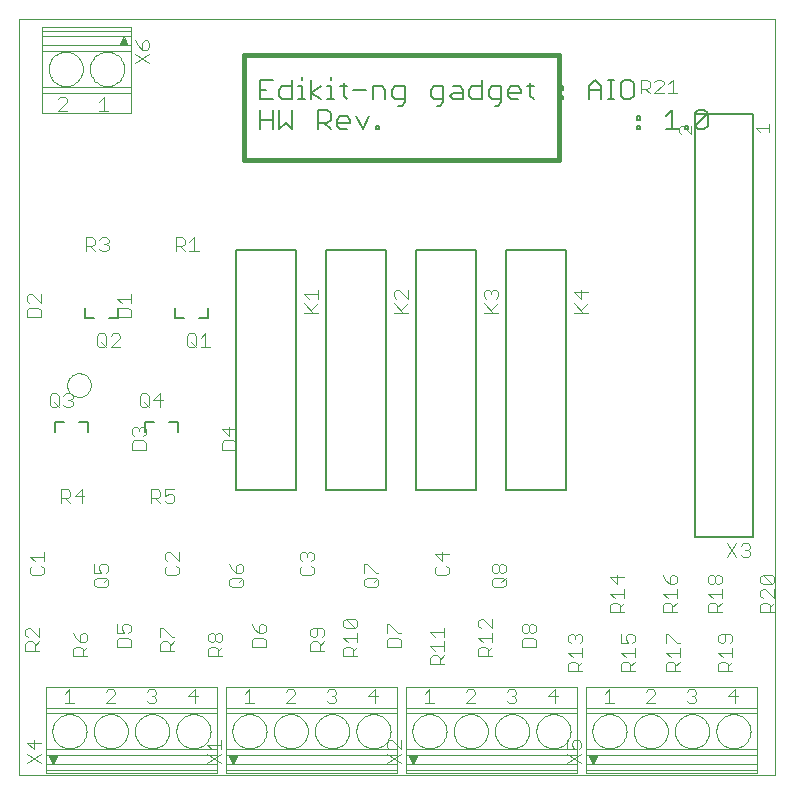
<source format=gto>
G75*
G70*
%OFA0B0*%
%FSLAX24Y24*%
%IPPOS*%
%LPD*%
%AMOC8*
5,1,8,0,0,1.08239X$1,22.5*
%
%ADD10C,0.0000*%
%ADD11C,0.0060*%
%ADD12C,0.0160*%
%ADD13C,0.0040*%
%ADD14C,0.0030*%
%ADD15C,0.0080*%
%ADD16C,0.0050*%
D10*
X000101Y000101D02*
X000101Y025298D01*
X025298Y025298D01*
X025298Y000101D01*
X000101Y000101D01*
X001707Y013101D02*
X001709Y013140D01*
X001715Y013179D01*
X001725Y013217D01*
X001738Y013254D01*
X001755Y013289D01*
X001775Y013323D01*
X001799Y013354D01*
X001826Y013383D01*
X001855Y013409D01*
X001887Y013432D01*
X001921Y013452D01*
X001957Y013468D01*
X001994Y013480D01*
X002033Y013489D01*
X002072Y013494D01*
X002111Y013495D01*
X002150Y013492D01*
X002189Y013485D01*
X002226Y013474D01*
X002263Y013460D01*
X002298Y013442D01*
X002331Y013421D01*
X002362Y013396D01*
X002390Y013369D01*
X002415Y013339D01*
X002437Y013306D01*
X002456Y013272D01*
X002471Y013236D01*
X002483Y013198D01*
X002491Y013160D01*
X002495Y013121D01*
X002495Y013081D01*
X002491Y013042D01*
X002483Y013004D01*
X002471Y012966D01*
X002456Y012930D01*
X002437Y012896D01*
X002415Y012863D01*
X002390Y012833D01*
X002362Y012806D01*
X002331Y012781D01*
X002298Y012760D01*
X002263Y012742D01*
X002226Y012728D01*
X002189Y012717D01*
X002150Y012710D01*
X002111Y012707D01*
X002072Y012708D01*
X002033Y012713D01*
X001994Y012722D01*
X001957Y012734D01*
X001921Y012750D01*
X001887Y012770D01*
X001855Y012793D01*
X001826Y012819D01*
X001799Y012848D01*
X001775Y012879D01*
X001755Y012913D01*
X001738Y012948D01*
X001725Y012985D01*
X001715Y013023D01*
X001709Y013062D01*
X001707Y013101D01*
D11*
X001592Y011861D02*
X001291Y011861D01*
X001291Y011528D01*
X002100Y011861D02*
X002411Y011861D01*
X002411Y011528D01*
X004291Y011528D02*
X004291Y011861D01*
X004592Y011861D01*
X005100Y011861D02*
X005411Y011861D01*
X005411Y011528D01*
X005291Y015341D02*
X005602Y015341D01*
X005291Y015341D02*
X005291Y015674D01*
X006110Y015341D02*
X006411Y015341D01*
X006411Y015674D01*
X003411Y015674D02*
X003411Y015341D01*
X003110Y015341D01*
X002602Y015341D02*
X002291Y015341D01*
X002291Y015674D01*
X008131Y021631D02*
X008131Y022271D01*
X008131Y021951D02*
X008558Y021951D01*
X008558Y022271D02*
X008558Y021631D01*
X008775Y021631D02*
X008989Y021844D01*
X009202Y021631D01*
X009202Y022271D01*
X008775Y022271D02*
X008775Y021631D01*
X008882Y022631D02*
X008775Y022738D01*
X008775Y022951D01*
X008882Y023058D01*
X009202Y023058D01*
X009202Y023271D02*
X009202Y022631D01*
X008882Y022631D01*
X008558Y022631D02*
X008131Y022631D01*
X008131Y023271D01*
X008558Y023271D01*
X008344Y022951D02*
X008131Y022951D01*
X009420Y023058D02*
X009527Y023058D01*
X009527Y022631D01*
X009633Y022631D02*
X009420Y022631D01*
X009850Y022631D02*
X009850Y023271D01*
X009527Y023271D02*
X009527Y023378D01*
X009850Y022844D02*
X010170Y023058D01*
X010387Y023058D02*
X010493Y023058D01*
X010493Y022631D01*
X010387Y022631D02*
X010600Y022631D01*
X010923Y022738D02*
X011030Y022631D01*
X010923Y022738D02*
X010923Y023165D01*
X010816Y023058D02*
X011030Y023058D01*
X011246Y022951D02*
X011673Y022951D01*
X011891Y023058D02*
X011891Y022631D01*
X011891Y023058D02*
X012211Y023058D01*
X012318Y022951D01*
X012318Y022631D01*
X012535Y022738D02*
X012642Y022631D01*
X012962Y022631D01*
X012962Y022524D02*
X012962Y023058D01*
X012642Y023058D01*
X012535Y022951D01*
X012535Y022738D01*
X012749Y022417D02*
X012855Y022417D01*
X012962Y022524D01*
X013824Y022738D02*
X013931Y022631D01*
X014251Y022631D01*
X014251Y022524D02*
X014251Y023058D01*
X013931Y023058D01*
X013824Y022951D01*
X013824Y022738D01*
X014038Y022417D02*
X014144Y022417D01*
X014251Y022524D01*
X014469Y022738D02*
X014575Y022844D01*
X014896Y022844D01*
X014896Y022951D02*
X014896Y022631D01*
X014575Y022631D01*
X014469Y022738D01*
X014575Y023058D02*
X014789Y023058D01*
X014896Y022951D01*
X015113Y022951D02*
X015220Y023058D01*
X015540Y023058D01*
X015540Y023271D02*
X015540Y022631D01*
X015220Y022631D01*
X015113Y022738D01*
X015113Y022951D01*
X015758Y022951D02*
X015758Y022738D01*
X015864Y022631D01*
X016185Y022631D01*
X016185Y022524D02*
X016078Y022417D01*
X015971Y022417D01*
X016185Y022524D02*
X016185Y023058D01*
X015864Y023058D01*
X015758Y022951D01*
X016402Y022951D02*
X016402Y022738D01*
X016509Y022631D01*
X016722Y022631D01*
X016829Y022844D02*
X016402Y022844D01*
X016402Y022951D02*
X016509Y023058D01*
X016722Y023058D01*
X016829Y022951D01*
X016829Y022844D01*
X017047Y023058D02*
X017260Y023058D01*
X017153Y023165D02*
X017153Y022738D01*
X017260Y022631D01*
X018121Y022631D02*
X018121Y022738D01*
X018228Y022738D01*
X018228Y022631D01*
X018121Y022631D01*
X018121Y022951D02*
X018121Y023058D01*
X018228Y023058D01*
X018228Y022951D01*
X018121Y022951D01*
X019088Y022951D02*
X019515Y022951D01*
X019515Y023058D02*
X019515Y022631D01*
X019732Y022631D02*
X019946Y022631D01*
X019839Y022631D02*
X019839Y023271D01*
X019732Y023271D02*
X019946Y023271D01*
X020162Y023165D02*
X020162Y022738D01*
X020269Y022631D01*
X020482Y022631D01*
X020589Y022738D01*
X020589Y023165D01*
X020482Y023271D01*
X020269Y023271D01*
X020162Y023165D01*
X019515Y023058D02*
X019301Y023271D01*
X019088Y023058D01*
X019088Y022631D01*
X020699Y022058D02*
X020699Y021951D01*
X020806Y021951D01*
X020806Y022058D01*
X020699Y022058D01*
X020699Y021738D02*
X020699Y021631D01*
X020806Y021631D01*
X020806Y021738D01*
X020699Y021738D01*
X021666Y021631D02*
X022093Y021631D01*
X021879Y021631D02*
X021879Y022271D01*
X021666Y022058D01*
X022310Y021738D02*
X022417Y021738D01*
X022417Y021631D01*
X022310Y021631D01*
X022310Y021738D01*
X022633Y021738D02*
X023060Y022165D01*
X023060Y021738D01*
X022953Y021631D01*
X022739Y021631D01*
X022633Y021738D01*
X022633Y022165D01*
X022739Y022271D01*
X022953Y022271D01*
X023060Y022165D01*
X012105Y021738D02*
X012105Y021631D01*
X011998Y021631D01*
X011998Y021738D01*
X012105Y021738D01*
X011780Y022058D02*
X011567Y021631D01*
X011353Y022058D01*
X011136Y021951D02*
X011136Y021844D01*
X010709Y021844D01*
X010709Y021738D02*
X010709Y021951D01*
X010816Y022058D01*
X011029Y022058D01*
X011136Y021951D01*
X011029Y021631D02*
X010816Y021631D01*
X010709Y021738D01*
X010491Y021631D02*
X010278Y021844D01*
X010385Y021844D02*
X010064Y021844D01*
X010064Y021631D02*
X010064Y022271D01*
X010385Y022271D01*
X010491Y022165D01*
X010491Y021951D01*
X010385Y021844D01*
X010170Y022631D02*
X009850Y022844D01*
X010493Y023271D02*
X010493Y023378D01*
D12*
X007601Y024101D02*
X007601Y020601D01*
X018101Y020601D01*
X018101Y024101D01*
X007601Y024101D01*
D13*
X004447Y024132D02*
X003987Y023825D01*
X003987Y024132D02*
X004447Y023825D01*
X004370Y024285D02*
X004217Y024285D01*
X004217Y024516D01*
X004294Y024592D01*
X004370Y024592D01*
X004447Y024516D01*
X004447Y024362D01*
X004370Y024285D01*
X004217Y024285D02*
X004063Y024439D01*
X003987Y024592D01*
X003827Y024747D02*
X003827Y024920D01*
X003827Y025038D01*
X000874Y025038D01*
X000874Y024920D01*
X000874Y024747D01*
X003827Y024747D01*
X003827Y024427D01*
X003827Y024237D01*
X000874Y024237D01*
X000874Y024427D01*
X000874Y024747D01*
X000874Y024920D02*
X003827Y024920D01*
X003592Y024726D02*
X003467Y024476D01*
X003717Y024476D01*
X003592Y024726D01*
X003575Y024691D02*
X003609Y024691D01*
X003628Y024653D02*
X003555Y024653D01*
X003536Y024614D02*
X003648Y024614D01*
X003667Y024576D02*
X003517Y024576D01*
X003498Y024537D02*
X003686Y024537D01*
X003705Y024499D02*
X003478Y024499D01*
X003827Y024427D02*
X000874Y024427D01*
X000874Y024237D02*
X000874Y023035D01*
X003827Y023035D01*
X003827Y024237D01*
X002469Y023640D02*
X002471Y023687D01*
X002477Y023734D01*
X002486Y023780D01*
X002500Y023825D01*
X002517Y023869D01*
X002538Y023912D01*
X002562Y023952D01*
X002589Y023991D01*
X002620Y024027D01*
X002653Y024060D01*
X002689Y024091D01*
X002728Y024118D01*
X002768Y024142D01*
X002811Y024163D01*
X002855Y024180D01*
X002900Y024194D01*
X002946Y024203D01*
X002993Y024209D01*
X003040Y024211D01*
X003087Y024209D01*
X003134Y024203D01*
X003180Y024194D01*
X003225Y024180D01*
X003269Y024163D01*
X003312Y024142D01*
X003352Y024118D01*
X003391Y024091D01*
X003427Y024060D01*
X003460Y024027D01*
X003491Y023991D01*
X003518Y023952D01*
X003542Y023912D01*
X003563Y023869D01*
X003580Y023825D01*
X003594Y023780D01*
X003603Y023734D01*
X003609Y023687D01*
X003611Y023640D01*
X003609Y023593D01*
X003603Y023546D01*
X003594Y023500D01*
X003580Y023455D01*
X003563Y023411D01*
X003542Y023368D01*
X003518Y023328D01*
X003491Y023289D01*
X003460Y023253D01*
X003427Y023220D01*
X003391Y023189D01*
X003352Y023162D01*
X003312Y023138D01*
X003269Y023117D01*
X003225Y023100D01*
X003180Y023086D01*
X003134Y023077D01*
X003087Y023071D01*
X003040Y023069D01*
X002993Y023071D01*
X002946Y023077D01*
X002900Y023086D01*
X002855Y023100D01*
X002811Y023117D01*
X002768Y023138D01*
X002728Y023162D01*
X002689Y023189D01*
X002653Y023220D01*
X002620Y023253D01*
X002589Y023289D01*
X002562Y023328D01*
X002538Y023368D01*
X002517Y023411D01*
X002500Y023455D01*
X002486Y023500D01*
X002477Y023546D01*
X002471Y023593D01*
X002469Y023640D01*
X002567Y023363D02*
X002565Y023360D01*
X002930Y022706D02*
X002930Y022246D01*
X002777Y022246D02*
X003083Y022246D01*
X002777Y022553D02*
X002930Y022706D01*
X003827Y022848D02*
X003827Y022164D01*
X000874Y022164D01*
X000874Y022848D01*
X000874Y023035D01*
X000874Y022848D02*
X003827Y022848D01*
X003827Y023035D01*
X001708Y022629D02*
X001708Y022553D01*
X001402Y022246D01*
X001708Y022246D01*
X001708Y022629D02*
X001632Y022706D01*
X001478Y022706D01*
X001402Y022629D01*
X001187Y023360D02*
X001189Y023363D01*
X001091Y023640D02*
X001093Y023687D01*
X001099Y023734D01*
X001108Y023780D01*
X001122Y023825D01*
X001139Y023869D01*
X001160Y023912D01*
X001184Y023952D01*
X001211Y023991D01*
X001242Y024027D01*
X001275Y024060D01*
X001311Y024091D01*
X001350Y024118D01*
X001390Y024142D01*
X001433Y024163D01*
X001477Y024180D01*
X001522Y024194D01*
X001568Y024203D01*
X001615Y024209D01*
X001662Y024211D01*
X001709Y024209D01*
X001756Y024203D01*
X001802Y024194D01*
X001847Y024180D01*
X001891Y024163D01*
X001934Y024142D01*
X001974Y024118D01*
X002013Y024091D01*
X002049Y024060D01*
X002082Y024027D01*
X002113Y023991D01*
X002140Y023952D01*
X002164Y023912D01*
X002185Y023869D01*
X002202Y023825D01*
X002216Y023780D01*
X002225Y023734D01*
X002231Y023687D01*
X002233Y023640D01*
X002231Y023593D01*
X002225Y023546D01*
X002216Y023500D01*
X002202Y023455D01*
X002185Y023411D01*
X002164Y023368D01*
X002140Y023328D01*
X002113Y023289D01*
X002082Y023253D01*
X002049Y023220D01*
X002013Y023189D01*
X001974Y023162D01*
X001934Y023138D01*
X001891Y023117D01*
X001847Y023100D01*
X001802Y023086D01*
X001756Y023077D01*
X001709Y023071D01*
X001662Y023069D01*
X001615Y023071D01*
X001568Y023077D01*
X001522Y023086D01*
X001477Y023100D01*
X001433Y023117D01*
X001390Y023138D01*
X001350Y023162D01*
X001311Y023189D01*
X001275Y023220D01*
X001242Y023253D01*
X001211Y023289D01*
X001184Y023328D01*
X001160Y023368D01*
X001139Y023411D01*
X001122Y023455D01*
X001108Y023500D01*
X001099Y023546D01*
X001093Y023593D01*
X001091Y023640D01*
X002321Y018031D02*
X002551Y018031D01*
X002628Y017954D01*
X002628Y017801D01*
X002551Y017724D01*
X002321Y017724D01*
X002474Y017724D02*
X002628Y017571D01*
X002781Y017647D02*
X002858Y017571D01*
X003011Y017571D01*
X003088Y017647D01*
X003088Y017724D01*
X003011Y017801D01*
X002935Y017801D01*
X003011Y017801D02*
X003088Y017878D01*
X003088Y017954D01*
X003011Y018031D01*
X002858Y018031D01*
X002781Y017954D01*
X002321Y018031D02*
X002321Y017571D01*
X000831Y016138D02*
X000831Y015831D01*
X000524Y016138D01*
X000447Y016138D01*
X000370Y016061D01*
X000370Y015908D01*
X000447Y015831D01*
X000447Y015678D02*
X000370Y015601D01*
X000370Y015371D01*
X000831Y015371D01*
X000831Y015601D01*
X000754Y015678D01*
X000447Y015678D01*
X002700Y014754D02*
X002700Y014447D01*
X002777Y014371D01*
X002930Y014371D01*
X003007Y014447D01*
X003007Y014754D01*
X002930Y014831D01*
X002777Y014831D01*
X002700Y014754D01*
X002853Y014524D02*
X003007Y014371D01*
X003160Y014371D02*
X003467Y014678D01*
X003467Y014754D01*
X003391Y014831D01*
X003237Y014831D01*
X003160Y014754D01*
X003160Y014371D02*
X003467Y014371D01*
X003370Y015371D02*
X003370Y015601D01*
X003447Y015678D01*
X003754Y015678D01*
X003831Y015601D01*
X003831Y015371D01*
X003370Y015371D01*
X003524Y015831D02*
X003370Y015985D01*
X003831Y015985D01*
X003831Y016138D02*
X003831Y015831D01*
X005321Y017571D02*
X005321Y018031D01*
X005551Y018031D01*
X005628Y017954D01*
X005628Y017801D01*
X005551Y017724D01*
X005321Y017724D01*
X005474Y017724D02*
X005628Y017571D01*
X005781Y017571D02*
X006088Y017571D01*
X005935Y017571D02*
X005935Y018031D01*
X005781Y017878D01*
X005777Y014831D02*
X005930Y014831D01*
X006007Y014754D01*
X006007Y014447D01*
X005930Y014371D01*
X005777Y014371D01*
X005700Y014447D01*
X005700Y014754D01*
X005777Y014831D01*
X005853Y014524D02*
X006007Y014371D01*
X006160Y014371D02*
X006467Y014371D01*
X006314Y014371D02*
X006314Y014831D01*
X006160Y014678D01*
X004811Y012831D02*
X004581Y012601D01*
X004888Y012601D01*
X004811Y012371D02*
X004811Y012831D01*
X004428Y012754D02*
X004428Y012447D01*
X004351Y012371D01*
X004197Y012371D01*
X004121Y012447D01*
X004121Y012754D01*
X004197Y012831D01*
X004351Y012831D01*
X004428Y012754D01*
X004274Y012524D02*
X004428Y012371D01*
X004254Y011717D02*
X004331Y011641D01*
X004331Y011487D01*
X004254Y011410D01*
X004254Y011257D02*
X003947Y011257D01*
X003870Y011180D01*
X003870Y010950D01*
X004331Y010950D01*
X004331Y011180D01*
X004254Y011257D01*
X004101Y011564D02*
X004101Y011641D01*
X004177Y011717D01*
X004254Y011717D01*
X004101Y011641D02*
X004024Y011717D01*
X003947Y011717D01*
X003870Y011641D01*
X003870Y011487D01*
X003947Y011410D01*
X004500Y009631D02*
X004730Y009631D01*
X004807Y009554D01*
X004807Y009401D01*
X004730Y009324D01*
X004500Y009324D01*
X004500Y009171D02*
X004500Y009631D01*
X004653Y009324D02*
X004807Y009171D01*
X004960Y009247D02*
X005037Y009171D01*
X005191Y009171D01*
X005267Y009247D01*
X005267Y009401D01*
X005191Y009478D01*
X005114Y009478D01*
X004960Y009401D01*
X004960Y009631D01*
X005267Y009631D01*
X006870Y010950D02*
X006870Y011180D01*
X006947Y011257D01*
X007254Y011257D01*
X007331Y011180D01*
X007331Y010950D01*
X006870Y010950D01*
X007101Y011410D02*
X007101Y011717D01*
X007331Y011641D02*
X006870Y011641D01*
X007101Y011410D01*
X005431Y007538D02*
X005431Y007231D01*
X005124Y007538D01*
X005047Y007538D01*
X004970Y007461D01*
X004970Y007308D01*
X005047Y007231D01*
X005047Y007078D02*
X004970Y007001D01*
X004970Y006847D01*
X005047Y006771D01*
X005354Y006771D01*
X005431Y006847D01*
X005431Y007001D01*
X005354Y007078D01*
X007120Y007138D02*
X007197Y006985D01*
X007351Y006831D01*
X007351Y007061D01*
X007427Y007138D01*
X007504Y007138D01*
X007581Y007061D01*
X007581Y006908D01*
X007504Y006831D01*
X007351Y006831D01*
X007504Y006678D02*
X007197Y006678D01*
X007120Y006601D01*
X007120Y006447D01*
X007197Y006371D01*
X007504Y006371D01*
X007581Y006447D01*
X007581Y006601D01*
X007504Y006678D01*
X007581Y006678D02*
X007427Y006524D01*
X007870Y005138D02*
X007947Y004985D01*
X008101Y004831D01*
X008101Y005061D01*
X008177Y005138D01*
X008254Y005138D01*
X008331Y005061D01*
X008331Y004908D01*
X008254Y004831D01*
X008101Y004831D01*
X008254Y004678D02*
X007947Y004678D01*
X007870Y004601D01*
X007870Y004371D01*
X008331Y004371D01*
X008331Y004601D01*
X008254Y004678D01*
X006881Y004608D02*
X006804Y004531D01*
X006727Y004531D01*
X006651Y004608D01*
X006651Y004761D01*
X006727Y004838D01*
X006804Y004838D01*
X006881Y004761D01*
X006881Y004608D01*
X006881Y004378D02*
X006727Y004224D01*
X006727Y004301D02*
X006727Y004071D01*
X006881Y004071D02*
X006420Y004071D01*
X006420Y004301D01*
X006497Y004378D01*
X006651Y004378D01*
X006727Y004301D01*
X006574Y004531D02*
X006497Y004531D01*
X006420Y004608D01*
X006420Y004761D01*
X006497Y004838D01*
X006574Y004838D01*
X006651Y004761D01*
X006651Y004608D02*
X006574Y004531D01*
X005281Y004557D02*
X005127Y004403D01*
X005127Y004480D02*
X005127Y004250D01*
X005281Y004250D02*
X004820Y004250D01*
X004820Y004480D01*
X004897Y004557D01*
X005051Y004557D01*
X005127Y004480D01*
X005204Y004710D02*
X005281Y004710D01*
X005204Y004710D02*
X004897Y005017D01*
X004820Y005017D01*
X004820Y004710D01*
X003831Y004601D02*
X003831Y004371D01*
X003370Y004371D01*
X003370Y004601D01*
X003447Y004678D01*
X003754Y004678D01*
X003831Y004601D01*
X003754Y004831D02*
X003831Y004908D01*
X003831Y005061D01*
X003754Y005138D01*
X003601Y005138D01*
X003524Y005061D01*
X003524Y004985D01*
X003601Y004831D01*
X003370Y004831D01*
X003370Y005138D01*
X002381Y004761D02*
X002304Y004838D01*
X002227Y004838D01*
X002151Y004761D01*
X002151Y004531D01*
X002304Y004531D01*
X002381Y004608D01*
X002381Y004761D01*
X002151Y004531D02*
X001997Y004685D01*
X001920Y004838D01*
X001997Y004378D02*
X002151Y004378D01*
X002227Y004301D01*
X002227Y004071D01*
X002227Y004224D02*
X002381Y004378D01*
X002381Y004071D02*
X001920Y004071D01*
X001920Y004301D01*
X001997Y004378D01*
X000781Y004250D02*
X000320Y004250D01*
X000320Y004480D01*
X000397Y004557D01*
X000551Y004557D01*
X000627Y004480D01*
X000627Y004250D01*
X000627Y004403D02*
X000781Y004557D01*
X000781Y004710D02*
X000474Y005017D01*
X000397Y005017D01*
X000320Y004941D01*
X000320Y004787D01*
X000397Y004710D01*
X000781Y004710D02*
X000781Y005017D01*
X000854Y006771D02*
X000547Y006771D01*
X000470Y006847D01*
X000470Y007001D01*
X000547Y007078D01*
X000624Y007231D02*
X000470Y007385D01*
X000931Y007385D01*
X000931Y007538D02*
X000931Y007231D01*
X000854Y007078D02*
X000931Y007001D01*
X000931Y006847D01*
X000854Y006771D01*
X002620Y006831D02*
X002851Y006831D01*
X002774Y006985D01*
X002774Y007061D01*
X002851Y007138D01*
X003004Y007138D01*
X003081Y007061D01*
X003081Y006908D01*
X003004Y006831D01*
X003004Y006678D02*
X003081Y006601D01*
X003081Y006447D01*
X003004Y006371D01*
X002697Y006371D01*
X002620Y006447D01*
X002620Y006601D01*
X002697Y006678D01*
X003004Y006678D01*
X003081Y006678D02*
X002927Y006524D01*
X002620Y006831D02*
X002620Y007138D01*
X002191Y009171D02*
X002191Y009631D01*
X001960Y009401D01*
X002267Y009401D01*
X001807Y009401D02*
X001730Y009324D01*
X001500Y009324D01*
X001500Y009171D02*
X001500Y009631D01*
X001730Y009631D01*
X001807Y009554D01*
X001807Y009401D01*
X001653Y009324D02*
X001807Y009171D01*
X001811Y012371D02*
X001658Y012371D01*
X001581Y012447D01*
X001428Y012447D02*
X001351Y012371D01*
X001197Y012371D01*
X001121Y012447D01*
X001121Y012754D01*
X001197Y012831D01*
X001351Y012831D01*
X001428Y012754D01*
X001428Y012447D01*
X001428Y012371D02*
X001274Y012524D01*
X001581Y012754D02*
X001658Y012831D01*
X001811Y012831D01*
X001888Y012754D01*
X001888Y012678D01*
X001811Y012601D01*
X001888Y012524D01*
X001888Y012447D01*
X001811Y012371D01*
X001811Y012601D02*
X001735Y012601D01*
X009470Y007461D02*
X009470Y007308D01*
X009547Y007231D01*
X009547Y007078D02*
X009470Y007001D01*
X009470Y006847D01*
X009547Y006771D01*
X009854Y006771D01*
X009931Y006847D01*
X009931Y007001D01*
X009854Y007078D01*
X009854Y007231D02*
X009931Y007308D01*
X009931Y007461D01*
X009854Y007538D01*
X009777Y007538D01*
X009701Y007461D01*
X009701Y007385D01*
X009701Y007461D02*
X009624Y007538D01*
X009547Y007538D01*
X009470Y007461D01*
X011620Y007138D02*
X011620Y006831D01*
X011697Y006678D02*
X012004Y006678D01*
X012081Y006601D01*
X012081Y006447D01*
X012004Y006371D01*
X011697Y006371D01*
X011620Y006447D01*
X011620Y006601D01*
X011697Y006678D01*
X011927Y006524D02*
X012081Y006678D01*
X012081Y006831D02*
X012004Y006831D01*
X011697Y007138D01*
X011620Y007138D01*
X011304Y005298D02*
X010997Y005298D01*
X011304Y004991D01*
X011381Y005068D01*
X011381Y005222D01*
X011304Y005298D01*
X011304Y004991D02*
X010997Y004991D01*
X010920Y005068D01*
X010920Y005222D01*
X010997Y005298D01*
X011381Y004838D02*
X011381Y004531D01*
X011381Y004378D02*
X011227Y004224D01*
X011227Y004301D02*
X011227Y004071D01*
X011381Y004071D02*
X010920Y004071D01*
X010920Y004301D01*
X010997Y004378D01*
X011151Y004378D01*
X011227Y004301D01*
X011074Y004531D02*
X010920Y004685D01*
X011381Y004685D01*
X012370Y004601D02*
X012370Y004371D01*
X012831Y004371D01*
X012831Y004601D01*
X012754Y004678D01*
X012447Y004678D01*
X012370Y004601D01*
X012370Y004831D02*
X012370Y005138D01*
X012447Y005138D01*
X012754Y004831D01*
X012831Y004831D01*
X013820Y004864D02*
X014281Y004864D01*
X014281Y005017D02*
X014281Y004710D01*
X014281Y004557D02*
X014281Y004250D01*
X014281Y004403D02*
X013820Y004403D01*
X013974Y004250D01*
X014051Y004097D02*
X014127Y004020D01*
X014127Y003790D01*
X014127Y003943D02*
X014281Y004097D01*
X014051Y004097D02*
X013897Y004097D01*
X013820Y004020D01*
X013820Y003790D01*
X014281Y003790D01*
X013780Y002956D02*
X013780Y002496D01*
X013627Y002496D02*
X013934Y002496D01*
X013627Y002803D02*
X013780Y002956D01*
X012996Y003038D02*
X012996Y002354D01*
X018705Y002354D01*
X018705Y003038D01*
X012996Y003038D01*
X012705Y003038D02*
X012705Y002354D01*
X012705Y002166D01*
X006996Y002166D01*
X006996Y000964D01*
X006996Y000774D01*
X006996Y000455D01*
X006996Y000282D01*
X006996Y000164D01*
X012705Y000164D01*
X012705Y000282D01*
X012705Y000455D01*
X006996Y000455D01*
X006837Y000496D02*
X006376Y000803D01*
X006530Y000956D02*
X006376Y001110D01*
X006837Y001110D01*
X006837Y001263D02*
X006837Y000956D01*
X006705Y000964D02*
X000996Y000964D01*
X000996Y000774D01*
X000996Y000455D01*
X000996Y000282D01*
X000996Y000164D01*
X006705Y000164D01*
X006705Y000282D01*
X006705Y000455D01*
X000996Y000455D01*
X000837Y000496D02*
X000376Y000803D01*
X000607Y000956D02*
X000376Y001186D01*
X000837Y001186D01*
X000607Y001263D02*
X000607Y000956D01*
X000837Y000803D02*
X000376Y000496D01*
X000996Y000282D02*
X006705Y000282D01*
X006705Y000455D02*
X006705Y000774D01*
X006705Y000964D01*
X006705Y002166D01*
X000996Y002166D01*
X000996Y000964D01*
X000996Y000774D02*
X006705Y000774D01*
X006837Y000803D02*
X006376Y000496D01*
X006996Y000282D02*
X012705Y000282D01*
X012705Y000455D02*
X012705Y000774D01*
X012705Y000964D01*
X006996Y000964D01*
X006996Y000774D02*
X012705Y000774D01*
X012837Y000803D02*
X012376Y000496D01*
X012376Y000803D02*
X012837Y000496D01*
X012996Y000455D02*
X012996Y000282D01*
X012996Y000164D01*
X018705Y000164D01*
X018705Y000282D01*
X018705Y000455D01*
X012996Y000455D01*
X012996Y000774D01*
X012996Y000964D01*
X018705Y000964D01*
X018705Y000774D01*
X018705Y000455D01*
X018837Y000496D02*
X018376Y000803D01*
X018376Y000956D02*
X018607Y000956D01*
X018530Y001110D01*
X018530Y001186D01*
X018607Y001263D01*
X018760Y001263D01*
X018837Y001186D01*
X018837Y001033D01*
X018760Y000956D01*
X018705Y000964D02*
X018705Y002166D01*
X012996Y002166D01*
X012996Y000964D01*
X012837Y000956D02*
X012530Y001263D01*
X012453Y001263D01*
X012376Y001186D01*
X012376Y001033D01*
X012453Y000956D01*
X012705Y000964D02*
X012705Y002166D01*
X012705Y002354D02*
X006996Y002354D01*
X006996Y002166D01*
X006996Y002354D02*
X006996Y003038D01*
X012705Y003038D01*
X012059Y002726D02*
X011752Y002726D01*
X011982Y002956D01*
X011982Y002496D01*
X012393Y001841D02*
X012390Y001839D01*
X011347Y001561D02*
X011349Y001608D01*
X011355Y001655D01*
X011364Y001701D01*
X011378Y001746D01*
X011395Y001790D01*
X011416Y001833D01*
X011440Y001873D01*
X011467Y001912D01*
X011498Y001948D01*
X011531Y001981D01*
X011567Y002012D01*
X011606Y002039D01*
X011646Y002063D01*
X011689Y002084D01*
X011733Y002101D01*
X011778Y002115D01*
X011824Y002124D01*
X011871Y002130D01*
X011918Y002132D01*
X011965Y002130D01*
X012012Y002124D01*
X012058Y002115D01*
X012103Y002101D01*
X012147Y002084D01*
X012190Y002063D01*
X012230Y002039D01*
X012269Y002012D01*
X012305Y001981D01*
X012338Y001948D01*
X012369Y001912D01*
X012396Y001873D01*
X012420Y001833D01*
X012441Y001790D01*
X012458Y001746D01*
X012472Y001701D01*
X012481Y001655D01*
X012487Y001608D01*
X012489Y001561D01*
X012487Y001514D01*
X012481Y001467D01*
X012472Y001421D01*
X012458Y001376D01*
X012441Y001332D01*
X012420Y001289D01*
X012396Y001249D01*
X012369Y001210D01*
X012338Y001174D01*
X012305Y001141D01*
X012269Y001110D01*
X012230Y001083D01*
X012190Y001059D01*
X012147Y001038D01*
X012103Y001021D01*
X012058Y001007D01*
X012012Y000998D01*
X011965Y000992D01*
X011918Y000990D01*
X011871Y000992D01*
X011824Y000998D01*
X011778Y001007D01*
X011733Y001021D01*
X011689Y001038D01*
X011646Y001059D01*
X011606Y001083D01*
X011567Y001110D01*
X011531Y001141D01*
X011498Y001174D01*
X011467Y001210D01*
X011440Y001249D01*
X011416Y001289D01*
X011395Y001332D01*
X011378Y001376D01*
X011364Y001421D01*
X011355Y001467D01*
X011349Y001514D01*
X011347Y001561D01*
X011015Y001841D02*
X011012Y001839D01*
X009969Y001561D02*
X009971Y001608D01*
X009977Y001655D01*
X009986Y001701D01*
X010000Y001746D01*
X010017Y001790D01*
X010038Y001833D01*
X010062Y001873D01*
X010089Y001912D01*
X010120Y001948D01*
X010153Y001981D01*
X010189Y002012D01*
X010228Y002039D01*
X010268Y002063D01*
X010311Y002084D01*
X010355Y002101D01*
X010400Y002115D01*
X010446Y002124D01*
X010493Y002130D01*
X010540Y002132D01*
X010587Y002130D01*
X010634Y002124D01*
X010680Y002115D01*
X010725Y002101D01*
X010769Y002084D01*
X010812Y002063D01*
X010852Y002039D01*
X010891Y002012D01*
X010927Y001981D01*
X010960Y001948D01*
X010991Y001912D01*
X011018Y001873D01*
X011042Y001833D01*
X011063Y001790D01*
X011080Y001746D01*
X011094Y001701D01*
X011103Y001655D01*
X011109Y001608D01*
X011111Y001561D01*
X011109Y001514D01*
X011103Y001467D01*
X011094Y001421D01*
X011080Y001376D01*
X011063Y001332D01*
X011042Y001289D01*
X011018Y001249D01*
X010991Y001210D01*
X010960Y001174D01*
X010927Y001141D01*
X010891Y001110D01*
X010852Y001083D01*
X010812Y001059D01*
X010769Y001038D01*
X010725Y001021D01*
X010680Y001007D01*
X010634Y000998D01*
X010587Y000992D01*
X010540Y000990D01*
X010493Y000992D01*
X010446Y000998D01*
X010400Y001007D01*
X010355Y001021D01*
X010311Y001038D01*
X010268Y001059D01*
X010228Y001083D01*
X010189Y001110D01*
X010153Y001141D01*
X010120Y001174D01*
X010089Y001210D01*
X010062Y001249D01*
X010038Y001289D01*
X010017Y001332D01*
X010000Y001376D01*
X009986Y001421D01*
X009977Y001467D01*
X009971Y001514D01*
X009969Y001561D01*
X009637Y001841D02*
X009634Y001839D01*
X008591Y001561D02*
X008593Y001608D01*
X008599Y001655D01*
X008608Y001701D01*
X008622Y001746D01*
X008639Y001790D01*
X008660Y001833D01*
X008684Y001873D01*
X008711Y001912D01*
X008742Y001948D01*
X008775Y001981D01*
X008811Y002012D01*
X008850Y002039D01*
X008890Y002063D01*
X008933Y002084D01*
X008977Y002101D01*
X009022Y002115D01*
X009068Y002124D01*
X009115Y002130D01*
X009162Y002132D01*
X009209Y002130D01*
X009256Y002124D01*
X009302Y002115D01*
X009347Y002101D01*
X009391Y002084D01*
X009434Y002063D01*
X009474Y002039D01*
X009513Y002012D01*
X009549Y001981D01*
X009582Y001948D01*
X009613Y001912D01*
X009640Y001873D01*
X009664Y001833D01*
X009685Y001790D01*
X009702Y001746D01*
X009716Y001701D01*
X009725Y001655D01*
X009731Y001608D01*
X009733Y001561D01*
X009731Y001514D01*
X009725Y001467D01*
X009716Y001421D01*
X009702Y001376D01*
X009685Y001332D01*
X009664Y001289D01*
X009640Y001249D01*
X009613Y001210D01*
X009582Y001174D01*
X009549Y001141D01*
X009513Y001110D01*
X009474Y001083D01*
X009434Y001059D01*
X009391Y001038D01*
X009347Y001021D01*
X009302Y001007D01*
X009256Y000998D01*
X009209Y000992D01*
X009162Y000990D01*
X009115Y000992D01*
X009068Y000998D01*
X009022Y001007D01*
X008977Y001021D01*
X008933Y001038D01*
X008890Y001059D01*
X008850Y001083D01*
X008811Y001110D01*
X008775Y001141D01*
X008742Y001174D01*
X008711Y001210D01*
X008684Y001249D01*
X008660Y001289D01*
X008639Y001332D01*
X008622Y001376D01*
X008608Y001421D01*
X008599Y001467D01*
X008593Y001514D01*
X008591Y001561D01*
X008259Y001841D02*
X008256Y001839D01*
X007213Y001561D02*
X007215Y001608D01*
X007221Y001655D01*
X007230Y001701D01*
X007244Y001746D01*
X007261Y001790D01*
X007282Y001833D01*
X007306Y001873D01*
X007333Y001912D01*
X007364Y001948D01*
X007397Y001981D01*
X007433Y002012D01*
X007472Y002039D01*
X007512Y002063D01*
X007555Y002084D01*
X007599Y002101D01*
X007644Y002115D01*
X007690Y002124D01*
X007737Y002130D01*
X007784Y002132D01*
X007831Y002130D01*
X007878Y002124D01*
X007924Y002115D01*
X007969Y002101D01*
X008013Y002084D01*
X008056Y002063D01*
X008096Y002039D01*
X008135Y002012D01*
X008171Y001981D01*
X008204Y001948D01*
X008235Y001912D01*
X008262Y001873D01*
X008286Y001833D01*
X008307Y001790D01*
X008324Y001746D01*
X008338Y001701D01*
X008347Y001655D01*
X008353Y001608D01*
X008355Y001561D01*
X008353Y001514D01*
X008347Y001467D01*
X008338Y001421D01*
X008324Y001376D01*
X008307Y001332D01*
X008286Y001289D01*
X008262Y001249D01*
X008235Y001210D01*
X008204Y001174D01*
X008171Y001141D01*
X008135Y001110D01*
X008096Y001083D01*
X008056Y001059D01*
X008013Y001038D01*
X007969Y001021D01*
X007924Y001007D01*
X007878Y000998D01*
X007831Y000992D01*
X007784Y000990D01*
X007737Y000992D01*
X007690Y000998D01*
X007644Y001007D01*
X007599Y001021D01*
X007555Y001038D01*
X007512Y001059D01*
X007472Y001083D01*
X007433Y001110D01*
X007397Y001141D01*
X007364Y001174D01*
X007333Y001210D01*
X007306Y001249D01*
X007282Y001289D01*
X007261Y001332D01*
X007244Y001376D01*
X007230Y001421D01*
X007221Y001467D01*
X007215Y001514D01*
X007213Y001561D01*
X006705Y002166D02*
X006705Y002354D01*
X006705Y003038D01*
X000996Y003038D01*
X000996Y002354D01*
X006705Y002354D01*
X006393Y001841D02*
X006390Y001839D01*
X005347Y001561D02*
X005349Y001608D01*
X005355Y001655D01*
X005364Y001701D01*
X005378Y001746D01*
X005395Y001790D01*
X005416Y001833D01*
X005440Y001873D01*
X005467Y001912D01*
X005498Y001948D01*
X005531Y001981D01*
X005567Y002012D01*
X005606Y002039D01*
X005646Y002063D01*
X005689Y002084D01*
X005733Y002101D01*
X005778Y002115D01*
X005824Y002124D01*
X005871Y002130D01*
X005918Y002132D01*
X005965Y002130D01*
X006012Y002124D01*
X006058Y002115D01*
X006103Y002101D01*
X006147Y002084D01*
X006190Y002063D01*
X006230Y002039D01*
X006269Y002012D01*
X006305Y001981D01*
X006338Y001948D01*
X006369Y001912D01*
X006396Y001873D01*
X006420Y001833D01*
X006441Y001790D01*
X006458Y001746D01*
X006472Y001701D01*
X006481Y001655D01*
X006487Y001608D01*
X006489Y001561D01*
X006487Y001514D01*
X006481Y001467D01*
X006472Y001421D01*
X006458Y001376D01*
X006441Y001332D01*
X006420Y001289D01*
X006396Y001249D01*
X006369Y001210D01*
X006338Y001174D01*
X006305Y001141D01*
X006269Y001110D01*
X006230Y001083D01*
X006190Y001059D01*
X006147Y001038D01*
X006103Y001021D01*
X006058Y001007D01*
X006012Y000998D01*
X005965Y000992D01*
X005918Y000990D01*
X005871Y000992D01*
X005824Y000998D01*
X005778Y001007D01*
X005733Y001021D01*
X005689Y001038D01*
X005646Y001059D01*
X005606Y001083D01*
X005567Y001110D01*
X005531Y001141D01*
X005498Y001174D01*
X005467Y001210D01*
X005440Y001249D01*
X005416Y001289D01*
X005395Y001332D01*
X005378Y001376D01*
X005364Y001421D01*
X005355Y001467D01*
X005349Y001514D01*
X005347Y001561D01*
X005015Y001841D02*
X005012Y001839D01*
X003969Y001561D02*
X003971Y001608D01*
X003977Y001655D01*
X003986Y001701D01*
X004000Y001746D01*
X004017Y001790D01*
X004038Y001833D01*
X004062Y001873D01*
X004089Y001912D01*
X004120Y001948D01*
X004153Y001981D01*
X004189Y002012D01*
X004228Y002039D01*
X004268Y002063D01*
X004311Y002084D01*
X004355Y002101D01*
X004400Y002115D01*
X004446Y002124D01*
X004493Y002130D01*
X004540Y002132D01*
X004587Y002130D01*
X004634Y002124D01*
X004680Y002115D01*
X004725Y002101D01*
X004769Y002084D01*
X004812Y002063D01*
X004852Y002039D01*
X004891Y002012D01*
X004927Y001981D01*
X004960Y001948D01*
X004991Y001912D01*
X005018Y001873D01*
X005042Y001833D01*
X005063Y001790D01*
X005080Y001746D01*
X005094Y001701D01*
X005103Y001655D01*
X005109Y001608D01*
X005111Y001561D01*
X005109Y001514D01*
X005103Y001467D01*
X005094Y001421D01*
X005080Y001376D01*
X005063Y001332D01*
X005042Y001289D01*
X005018Y001249D01*
X004991Y001210D01*
X004960Y001174D01*
X004927Y001141D01*
X004891Y001110D01*
X004852Y001083D01*
X004812Y001059D01*
X004769Y001038D01*
X004725Y001021D01*
X004680Y001007D01*
X004634Y000998D01*
X004587Y000992D01*
X004540Y000990D01*
X004493Y000992D01*
X004446Y000998D01*
X004400Y001007D01*
X004355Y001021D01*
X004311Y001038D01*
X004268Y001059D01*
X004228Y001083D01*
X004189Y001110D01*
X004153Y001141D01*
X004120Y001174D01*
X004089Y001210D01*
X004062Y001249D01*
X004038Y001289D01*
X004017Y001332D01*
X004000Y001376D01*
X003986Y001421D01*
X003977Y001467D01*
X003971Y001514D01*
X003969Y001561D01*
X003637Y001841D02*
X003634Y001839D01*
X002591Y001561D02*
X002593Y001608D01*
X002599Y001655D01*
X002608Y001701D01*
X002622Y001746D01*
X002639Y001790D01*
X002660Y001833D01*
X002684Y001873D01*
X002711Y001912D01*
X002742Y001948D01*
X002775Y001981D01*
X002811Y002012D01*
X002850Y002039D01*
X002890Y002063D01*
X002933Y002084D01*
X002977Y002101D01*
X003022Y002115D01*
X003068Y002124D01*
X003115Y002130D01*
X003162Y002132D01*
X003209Y002130D01*
X003256Y002124D01*
X003302Y002115D01*
X003347Y002101D01*
X003391Y002084D01*
X003434Y002063D01*
X003474Y002039D01*
X003513Y002012D01*
X003549Y001981D01*
X003582Y001948D01*
X003613Y001912D01*
X003640Y001873D01*
X003664Y001833D01*
X003685Y001790D01*
X003702Y001746D01*
X003716Y001701D01*
X003725Y001655D01*
X003731Y001608D01*
X003733Y001561D01*
X003731Y001514D01*
X003725Y001467D01*
X003716Y001421D01*
X003702Y001376D01*
X003685Y001332D01*
X003664Y001289D01*
X003640Y001249D01*
X003613Y001210D01*
X003582Y001174D01*
X003549Y001141D01*
X003513Y001110D01*
X003474Y001083D01*
X003434Y001059D01*
X003391Y001038D01*
X003347Y001021D01*
X003302Y001007D01*
X003256Y000998D01*
X003209Y000992D01*
X003162Y000990D01*
X003115Y000992D01*
X003068Y000998D01*
X003022Y001007D01*
X002977Y001021D01*
X002933Y001038D01*
X002890Y001059D01*
X002850Y001083D01*
X002811Y001110D01*
X002775Y001141D01*
X002742Y001174D01*
X002711Y001210D01*
X002684Y001249D01*
X002660Y001289D01*
X002639Y001332D01*
X002622Y001376D01*
X002608Y001421D01*
X002599Y001467D01*
X002593Y001514D01*
X002591Y001561D01*
X002259Y001841D02*
X002256Y001839D01*
X001213Y001561D02*
X001215Y001608D01*
X001221Y001655D01*
X001230Y001701D01*
X001244Y001746D01*
X001261Y001790D01*
X001282Y001833D01*
X001306Y001873D01*
X001333Y001912D01*
X001364Y001948D01*
X001397Y001981D01*
X001433Y002012D01*
X001472Y002039D01*
X001512Y002063D01*
X001555Y002084D01*
X001599Y002101D01*
X001644Y002115D01*
X001690Y002124D01*
X001737Y002130D01*
X001784Y002132D01*
X001831Y002130D01*
X001878Y002124D01*
X001924Y002115D01*
X001969Y002101D01*
X002013Y002084D01*
X002056Y002063D01*
X002096Y002039D01*
X002135Y002012D01*
X002171Y001981D01*
X002204Y001948D01*
X002235Y001912D01*
X002262Y001873D01*
X002286Y001833D01*
X002307Y001790D01*
X002324Y001746D01*
X002338Y001701D01*
X002347Y001655D01*
X002353Y001608D01*
X002355Y001561D01*
X002353Y001514D01*
X002347Y001467D01*
X002338Y001421D01*
X002324Y001376D01*
X002307Y001332D01*
X002286Y001289D01*
X002262Y001249D01*
X002235Y001210D01*
X002204Y001174D01*
X002171Y001141D01*
X002135Y001110D01*
X002096Y001083D01*
X002056Y001059D01*
X002013Y001038D01*
X001969Y001021D01*
X001924Y001007D01*
X001878Y000998D01*
X001831Y000992D01*
X001784Y000990D01*
X001737Y000992D01*
X001690Y000998D01*
X001644Y001007D01*
X001599Y001021D01*
X001555Y001038D01*
X001512Y001059D01*
X001472Y001083D01*
X001433Y001110D01*
X001397Y001141D01*
X001364Y001174D01*
X001333Y001210D01*
X001306Y001249D01*
X001282Y001289D01*
X001261Y001332D01*
X001244Y001376D01*
X001230Y001421D01*
X001221Y001467D01*
X001215Y001514D01*
X001213Y001561D01*
X000996Y002166D02*
X000996Y002354D01*
X001627Y002496D02*
X001934Y002496D01*
X001780Y002496D02*
X001780Y002956D01*
X001627Y002803D01*
X003002Y002879D02*
X003078Y002956D01*
X003232Y002956D01*
X003309Y002879D01*
X003309Y002803D01*
X003002Y002496D01*
X003309Y002496D01*
X004377Y002572D02*
X004453Y002496D01*
X004607Y002496D01*
X004684Y002572D01*
X004684Y002649D01*
X004607Y002726D01*
X004530Y002726D01*
X004607Y002726D02*
X004684Y002803D01*
X004684Y002879D01*
X004607Y002956D01*
X004453Y002956D01*
X004377Y002879D01*
X005752Y002726D02*
X006059Y002726D01*
X005982Y002496D02*
X005982Y002956D01*
X005752Y002726D01*
X007627Y002803D02*
X007780Y002956D01*
X007780Y002496D01*
X007627Y002496D02*
X007934Y002496D01*
X009002Y002496D02*
X009309Y002803D01*
X009309Y002879D01*
X009232Y002956D01*
X009078Y002956D01*
X009002Y002879D01*
X009002Y002496D02*
X009309Y002496D01*
X010377Y002572D02*
X010453Y002496D01*
X010607Y002496D01*
X010684Y002572D01*
X010684Y002649D01*
X010607Y002726D01*
X010530Y002726D01*
X010607Y002726D02*
X010684Y002803D01*
X010684Y002879D01*
X010607Y002956D01*
X010453Y002956D01*
X010377Y002879D01*
X010281Y004250D02*
X009820Y004250D01*
X009820Y004480D01*
X009897Y004557D01*
X010051Y004557D01*
X010127Y004480D01*
X010127Y004250D01*
X010127Y004403D02*
X010281Y004557D01*
X010204Y004710D02*
X010281Y004787D01*
X010281Y004941D01*
X010204Y005017D01*
X009897Y005017D01*
X009820Y004941D01*
X009820Y004787D01*
X009897Y004710D01*
X009974Y004710D01*
X010051Y004787D01*
X010051Y005017D01*
X012996Y002354D02*
X012996Y002166D01*
X013213Y001561D02*
X013215Y001608D01*
X013221Y001655D01*
X013230Y001701D01*
X013244Y001746D01*
X013261Y001790D01*
X013282Y001833D01*
X013306Y001873D01*
X013333Y001912D01*
X013364Y001948D01*
X013397Y001981D01*
X013433Y002012D01*
X013472Y002039D01*
X013512Y002063D01*
X013555Y002084D01*
X013599Y002101D01*
X013644Y002115D01*
X013690Y002124D01*
X013737Y002130D01*
X013784Y002132D01*
X013831Y002130D01*
X013878Y002124D01*
X013924Y002115D01*
X013969Y002101D01*
X014013Y002084D01*
X014056Y002063D01*
X014096Y002039D01*
X014135Y002012D01*
X014171Y001981D01*
X014204Y001948D01*
X014235Y001912D01*
X014262Y001873D01*
X014286Y001833D01*
X014307Y001790D01*
X014324Y001746D01*
X014338Y001701D01*
X014347Y001655D01*
X014353Y001608D01*
X014355Y001561D01*
X014353Y001514D01*
X014347Y001467D01*
X014338Y001421D01*
X014324Y001376D01*
X014307Y001332D01*
X014286Y001289D01*
X014262Y001249D01*
X014235Y001210D01*
X014204Y001174D01*
X014171Y001141D01*
X014135Y001110D01*
X014096Y001083D01*
X014056Y001059D01*
X014013Y001038D01*
X013969Y001021D01*
X013924Y001007D01*
X013878Y000998D01*
X013831Y000992D01*
X013784Y000990D01*
X013737Y000992D01*
X013690Y000998D01*
X013644Y001007D01*
X013599Y001021D01*
X013555Y001038D01*
X013512Y001059D01*
X013472Y001083D01*
X013433Y001110D01*
X013397Y001141D01*
X013364Y001174D01*
X013333Y001210D01*
X013306Y001249D01*
X013282Y001289D01*
X013261Y001332D01*
X013244Y001376D01*
X013230Y001421D01*
X013221Y001467D01*
X013215Y001514D01*
X013213Y001561D01*
X012837Y001263D02*
X012837Y000956D01*
X012996Y000774D02*
X018705Y000774D01*
X018837Y000803D02*
X018376Y000496D01*
X018705Y000282D02*
X012996Y000282D01*
X013232Y000476D02*
X013107Y000726D01*
X013357Y000726D01*
X013232Y000476D01*
X013226Y000486D02*
X013237Y000486D01*
X013256Y000525D02*
X013207Y000525D01*
X013188Y000563D02*
X013275Y000563D01*
X013295Y000602D02*
X013169Y000602D01*
X013149Y000640D02*
X013314Y000640D01*
X013333Y000679D02*
X013130Y000679D01*
X013111Y000717D02*
X013353Y000717D01*
X014256Y001839D02*
X014259Y001841D01*
X015002Y002496D02*
X015309Y002803D01*
X015309Y002879D01*
X015232Y002956D01*
X015078Y002956D01*
X015002Y002879D01*
X015002Y002496D02*
X015309Y002496D01*
X015637Y001841D02*
X015634Y001839D01*
X014591Y001561D02*
X014593Y001608D01*
X014599Y001655D01*
X014608Y001701D01*
X014622Y001746D01*
X014639Y001790D01*
X014660Y001833D01*
X014684Y001873D01*
X014711Y001912D01*
X014742Y001948D01*
X014775Y001981D01*
X014811Y002012D01*
X014850Y002039D01*
X014890Y002063D01*
X014933Y002084D01*
X014977Y002101D01*
X015022Y002115D01*
X015068Y002124D01*
X015115Y002130D01*
X015162Y002132D01*
X015209Y002130D01*
X015256Y002124D01*
X015302Y002115D01*
X015347Y002101D01*
X015391Y002084D01*
X015434Y002063D01*
X015474Y002039D01*
X015513Y002012D01*
X015549Y001981D01*
X015582Y001948D01*
X015613Y001912D01*
X015640Y001873D01*
X015664Y001833D01*
X015685Y001790D01*
X015702Y001746D01*
X015716Y001701D01*
X015725Y001655D01*
X015731Y001608D01*
X015733Y001561D01*
X015731Y001514D01*
X015725Y001467D01*
X015716Y001421D01*
X015702Y001376D01*
X015685Y001332D01*
X015664Y001289D01*
X015640Y001249D01*
X015613Y001210D01*
X015582Y001174D01*
X015549Y001141D01*
X015513Y001110D01*
X015474Y001083D01*
X015434Y001059D01*
X015391Y001038D01*
X015347Y001021D01*
X015302Y001007D01*
X015256Y000998D01*
X015209Y000992D01*
X015162Y000990D01*
X015115Y000992D01*
X015068Y000998D01*
X015022Y001007D01*
X014977Y001021D01*
X014933Y001038D01*
X014890Y001059D01*
X014850Y001083D01*
X014811Y001110D01*
X014775Y001141D01*
X014742Y001174D01*
X014711Y001210D01*
X014684Y001249D01*
X014660Y001289D01*
X014639Y001332D01*
X014622Y001376D01*
X014608Y001421D01*
X014599Y001467D01*
X014593Y001514D01*
X014591Y001561D01*
X016377Y002572D02*
X016453Y002496D01*
X016607Y002496D01*
X016684Y002572D01*
X016684Y002649D01*
X016607Y002726D01*
X016530Y002726D01*
X016607Y002726D02*
X016684Y002803D01*
X016684Y002879D01*
X016607Y002956D01*
X016453Y002956D01*
X016377Y002879D01*
X017015Y001841D02*
X017012Y001839D01*
X015969Y001561D02*
X015971Y001608D01*
X015977Y001655D01*
X015986Y001701D01*
X016000Y001746D01*
X016017Y001790D01*
X016038Y001833D01*
X016062Y001873D01*
X016089Y001912D01*
X016120Y001948D01*
X016153Y001981D01*
X016189Y002012D01*
X016228Y002039D01*
X016268Y002063D01*
X016311Y002084D01*
X016355Y002101D01*
X016400Y002115D01*
X016446Y002124D01*
X016493Y002130D01*
X016540Y002132D01*
X016587Y002130D01*
X016634Y002124D01*
X016680Y002115D01*
X016725Y002101D01*
X016769Y002084D01*
X016812Y002063D01*
X016852Y002039D01*
X016891Y002012D01*
X016927Y001981D01*
X016960Y001948D01*
X016991Y001912D01*
X017018Y001873D01*
X017042Y001833D01*
X017063Y001790D01*
X017080Y001746D01*
X017094Y001701D01*
X017103Y001655D01*
X017109Y001608D01*
X017111Y001561D01*
X017109Y001514D01*
X017103Y001467D01*
X017094Y001421D01*
X017080Y001376D01*
X017063Y001332D01*
X017042Y001289D01*
X017018Y001249D01*
X016991Y001210D01*
X016960Y001174D01*
X016927Y001141D01*
X016891Y001110D01*
X016852Y001083D01*
X016812Y001059D01*
X016769Y001038D01*
X016725Y001021D01*
X016680Y001007D01*
X016634Y000998D01*
X016587Y000992D01*
X016540Y000990D01*
X016493Y000992D01*
X016446Y000998D01*
X016400Y001007D01*
X016355Y001021D01*
X016311Y001038D01*
X016268Y001059D01*
X016228Y001083D01*
X016189Y001110D01*
X016153Y001141D01*
X016120Y001174D01*
X016089Y001210D01*
X016062Y001249D01*
X016038Y001289D01*
X016017Y001332D01*
X016000Y001376D01*
X015986Y001421D01*
X015977Y001467D01*
X015971Y001514D01*
X015969Y001561D01*
X017347Y001561D02*
X017349Y001608D01*
X017355Y001655D01*
X017364Y001701D01*
X017378Y001746D01*
X017395Y001790D01*
X017416Y001833D01*
X017440Y001873D01*
X017467Y001912D01*
X017498Y001948D01*
X017531Y001981D01*
X017567Y002012D01*
X017606Y002039D01*
X017646Y002063D01*
X017689Y002084D01*
X017733Y002101D01*
X017778Y002115D01*
X017824Y002124D01*
X017871Y002130D01*
X017918Y002132D01*
X017965Y002130D01*
X018012Y002124D01*
X018058Y002115D01*
X018103Y002101D01*
X018147Y002084D01*
X018190Y002063D01*
X018230Y002039D01*
X018269Y002012D01*
X018305Y001981D01*
X018338Y001948D01*
X018369Y001912D01*
X018396Y001873D01*
X018420Y001833D01*
X018441Y001790D01*
X018458Y001746D01*
X018472Y001701D01*
X018481Y001655D01*
X018487Y001608D01*
X018489Y001561D01*
X018487Y001514D01*
X018481Y001467D01*
X018472Y001421D01*
X018458Y001376D01*
X018441Y001332D01*
X018420Y001289D01*
X018396Y001249D01*
X018369Y001210D01*
X018338Y001174D01*
X018305Y001141D01*
X018269Y001110D01*
X018230Y001083D01*
X018190Y001059D01*
X018147Y001038D01*
X018103Y001021D01*
X018058Y001007D01*
X018012Y000998D01*
X017965Y000992D01*
X017918Y000990D01*
X017871Y000992D01*
X017824Y000998D01*
X017778Y001007D01*
X017733Y001021D01*
X017689Y001038D01*
X017646Y001059D01*
X017606Y001083D01*
X017567Y001110D01*
X017531Y001141D01*
X017498Y001174D01*
X017467Y001210D01*
X017440Y001249D01*
X017416Y001289D01*
X017395Y001332D01*
X017378Y001376D01*
X017364Y001421D01*
X017355Y001467D01*
X017349Y001514D01*
X017347Y001561D01*
X017982Y002496D02*
X017982Y002956D01*
X017752Y002726D01*
X018059Y002726D01*
X018705Y002354D02*
X018705Y002166D01*
X018996Y002166D02*
X018996Y002354D01*
X024705Y002354D01*
X024705Y003038D01*
X018996Y003038D01*
X018996Y002354D01*
X018996Y002166D02*
X024705Y002166D01*
X024705Y002354D01*
X024705Y002166D02*
X024705Y000964D01*
X018996Y000964D01*
X018996Y000774D01*
X018996Y000455D01*
X018996Y000282D01*
X018996Y000164D01*
X024705Y000164D01*
X024705Y000282D01*
X024705Y000455D01*
X018996Y000455D01*
X018996Y000282D02*
X024705Y000282D01*
X024705Y000455D02*
X024705Y000774D01*
X024705Y000964D01*
X024705Y000774D02*
X018996Y000774D01*
X019107Y000726D02*
X019357Y000726D01*
X019232Y000476D01*
X019107Y000726D01*
X019111Y000717D02*
X019353Y000717D01*
X019333Y000679D02*
X019130Y000679D01*
X019149Y000640D02*
X019314Y000640D01*
X019295Y000602D02*
X019169Y000602D01*
X019188Y000563D02*
X019275Y000563D01*
X019256Y000525D02*
X019207Y000525D01*
X019226Y000486D02*
X019237Y000486D01*
X018996Y000964D02*
X018996Y002166D01*
X019627Y002496D02*
X019934Y002496D01*
X019780Y002496D02*
X019780Y002956D01*
X019627Y002803D01*
X020170Y003571D02*
X020170Y003801D01*
X020247Y003878D01*
X020401Y003878D01*
X020477Y003801D01*
X020477Y003571D01*
X020477Y003724D02*
X020631Y003878D01*
X020631Y004031D02*
X020631Y004338D01*
X020631Y004185D02*
X020170Y004185D01*
X020324Y004031D01*
X020170Y003571D02*
X020631Y003571D01*
X021078Y002956D02*
X021002Y002879D01*
X021078Y002956D02*
X021232Y002956D01*
X021309Y002879D01*
X021309Y002803D01*
X021002Y002496D01*
X021309Y002496D01*
X021637Y001841D02*
X021634Y001839D01*
X020591Y001561D02*
X020593Y001608D01*
X020599Y001655D01*
X020608Y001701D01*
X020622Y001746D01*
X020639Y001790D01*
X020660Y001833D01*
X020684Y001873D01*
X020711Y001912D01*
X020742Y001948D01*
X020775Y001981D01*
X020811Y002012D01*
X020850Y002039D01*
X020890Y002063D01*
X020933Y002084D01*
X020977Y002101D01*
X021022Y002115D01*
X021068Y002124D01*
X021115Y002130D01*
X021162Y002132D01*
X021209Y002130D01*
X021256Y002124D01*
X021302Y002115D01*
X021347Y002101D01*
X021391Y002084D01*
X021434Y002063D01*
X021474Y002039D01*
X021513Y002012D01*
X021549Y001981D01*
X021582Y001948D01*
X021613Y001912D01*
X021640Y001873D01*
X021664Y001833D01*
X021685Y001790D01*
X021702Y001746D01*
X021716Y001701D01*
X021725Y001655D01*
X021731Y001608D01*
X021733Y001561D01*
X021731Y001514D01*
X021725Y001467D01*
X021716Y001421D01*
X021702Y001376D01*
X021685Y001332D01*
X021664Y001289D01*
X021640Y001249D01*
X021613Y001210D01*
X021582Y001174D01*
X021549Y001141D01*
X021513Y001110D01*
X021474Y001083D01*
X021434Y001059D01*
X021391Y001038D01*
X021347Y001021D01*
X021302Y001007D01*
X021256Y000998D01*
X021209Y000992D01*
X021162Y000990D01*
X021115Y000992D01*
X021068Y000998D01*
X021022Y001007D01*
X020977Y001021D01*
X020933Y001038D01*
X020890Y001059D01*
X020850Y001083D01*
X020811Y001110D01*
X020775Y001141D01*
X020742Y001174D01*
X020711Y001210D01*
X020684Y001249D01*
X020660Y001289D01*
X020639Y001332D01*
X020622Y001376D01*
X020608Y001421D01*
X020599Y001467D01*
X020593Y001514D01*
X020591Y001561D01*
X020259Y001841D02*
X020256Y001839D01*
X019213Y001561D02*
X019215Y001608D01*
X019221Y001655D01*
X019230Y001701D01*
X019244Y001746D01*
X019261Y001790D01*
X019282Y001833D01*
X019306Y001873D01*
X019333Y001912D01*
X019364Y001948D01*
X019397Y001981D01*
X019433Y002012D01*
X019472Y002039D01*
X019512Y002063D01*
X019555Y002084D01*
X019599Y002101D01*
X019644Y002115D01*
X019690Y002124D01*
X019737Y002130D01*
X019784Y002132D01*
X019831Y002130D01*
X019878Y002124D01*
X019924Y002115D01*
X019969Y002101D01*
X020013Y002084D01*
X020056Y002063D01*
X020096Y002039D01*
X020135Y002012D01*
X020171Y001981D01*
X020204Y001948D01*
X020235Y001912D01*
X020262Y001873D01*
X020286Y001833D01*
X020307Y001790D01*
X020324Y001746D01*
X020338Y001701D01*
X020347Y001655D01*
X020353Y001608D01*
X020355Y001561D01*
X020353Y001514D01*
X020347Y001467D01*
X020338Y001421D01*
X020324Y001376D01*
X020307Y001332D01*
X020286Y001289D01*
X020262Y001249D01*
X020235Y001210D01*
X020204Y001174D01*
X020171Y001141D01*
X020135Y001110D01*
X020096Y001083D01*
X020056Y001059D01*
X020013Y001038D01*
X019969Y001021D01*
X019924Y001007D01*
X019878Y000998D01*
X019831Y000992D01*
X019784Y000990D01*
X019737Y000992D01*
X019690Y000998D01*
X019644Y001007D01*
X019599Y001021D01*
X019555Y001038D01*
X019512Y001059D01*
X019472Y001083D01*
X019433Y001110D01*
X019397Y001141D01*
X019364Y001174D01*
X019333Y001210D01*
X019306Y001249D01*
X019282Y001289D01*
X019261Y001332D01*
X019244Y001376D01*
X019230Y001421D01*
X019221Y001467D01*
X019215Y001514D01*
X019213Y001561D01*
X018393Y001841D02*
X018390Y001839D01*
X018376Y001263D02*
X018376Y000956D01*
X018420Y003571D02*
X018420Y003801D01*
X018497Y003878D01*
X018651Y003878D01*
X018727Y003801D01*
X018727Y003571D01*
X018727Y003724D02*
X018881Y003878D01*
X018881Y004031D02*
X018881Y004338D01*
X018881Y004185D02*
X018420Y004185D01*
X018574Y004031D01*
X018420Y003571D02*
X018881Y003571D01*
X018804Y004491D02*
X018881Y004568D01*
X018881Y004722D01*
X018804Y004798D01*
X018727Y004798D01*
X018651Y004722D01*
X018651Y004645D01*
X018651Y004722D02*
X018574Y004798D01*
X018497Y004798D01*
X018420Y004722D01*
X018420Y004568D01*
X018497Y004491D01*
X017331Y004601D02*
X017331Y004371D01*
X016870Y004371D01*
X016870Y004601D01*
X016947Y004678D01*
X017254Y004678D01*
X017331Y004601D01*
X017254Y004831D02*
X017177Y004831D01*
X017101Y004908D01*
X017101Y005061D01*
X017177Y005138D01*
X017254Y005138D01*
X017331Y005061D01*
X017331Y004908D01*
X017254Y004831D01*
X017101Y004908D02*
X017024Y004831D01*
X016947Y004831D01*
X016870Y004908D01*
X016870Y005061D01*
X016947Y005138D01*
X017024Y005138D01*
X017101Y005061D01*
X015881Y004991D02*
X015574Y005298D01*
X015497Y005298D01*
X015420Y005222D01*
X015420Y005068D01*
X015497Y004991D01*
X015420Y004685D02*
X015881Y004685D01*
X015881Y004838D02*
X015881Y004531D01*
X015881Y004378D02*
X015727Y004224D01*
X015727Y004301D02*
X015727Y004071D01*
X015881Y004071D02*
X015420Y004071D01*
X015420Y004301D01*
X015497Y004378D01*
X015651Y004378D01*
X015727Y004301D01*
X015574Y004531D02*
X015420Y004685D01*
X015881Y004991D02*
X015881Y005298D01*
X015947Y006371D02*
X015870Y006447D01*
X015870Y006601D01*
X015947Y006678D01*
X016254Y006678D01*
X016331Y006601D01*
X016331Y006447D01*
X016254Y006371D01*
X015947Y006371D01*
X016177Y006524D02*
X016331Y006678D01*
X016254Y006831D02*
X016177Y006831D01*
X016101Y006908D01*
X016101Y007061D01*
X016177Y007138D01*
X016254Y007138D01*
X016331Y007061D01*
X016331Y006908D01*
X016254Y006831D01*
X016101Y006908D02*
X016024Y006831D01*
X015947Y006831D01*
X015870Y006908D01*
X015870Y007061D01*
X015947Y007138D01*
X016024Y007138D01*
X016101Y007061D01*
X014431Y007001D02*
X014431Y006847D01*
X014354Y006771D01*
X014047Y006771D01*
X013970Y006847D01*
X013970Y007001D01*
X014047Y007078D01*
X014201Y007231D02*
X014201Y007538D01*
X014431Y007461D02*
X013970Y007461D01*
X014201Y007231D01*
X014354Y007078D02*
X014431Y007001D01*
X013820Y004864D02*
X013974Y004710D01*
X019820Y005540D02*
X019820Y005770D01*
X019897Y005847D01*
X020051Y005847D01*
X020127Y005770D01*
X020127Y005540D01*
X020127Y005693D02*
X020281Y005847D01*
X020281Y006000D02*
X020281Y006307D01*
X020281Y006153D02*
X019820Y006153D01*
X019974Y006000D01*
X020051Y006460D02*
X020051Y006767D01*
X020281Y006691D02*
X019820Y006691D01*
X020051Y006460D01*
X020281Y005540D02*
X019820Y005540D01*
X020170Y004798D02*
X020170Y004491D01*
X020401Y004491D01*
X020324Y004645D01*
X020324Y004722D01*
X020401Y004798D01*
X020554Y004798D01*
X020631Y004722D01*
X020631Y004568D01*
X020554Y004491D01*
X021670Y004491D02*
X021670Y004798D01*
X021747Y004798D01*
X022054Y004491D01*
X022131Y004491D01*
X022131Y004338D02*
X022131Y004031D01*
X022131Y003878D02*
X021977Y003724D01*
X021977Y003801D02*
X021977Y003571D01*
X022131Y003571D02*
X021670Y003571D01*
X021670Y003801D01*
X021747Y003878D01*
X021901Y003878D01*
X021977Y003801D01*
X021824Y004031D02*
X021670Y004185D01*
X022131Y004185D01*
X022453Y002956D02*
X022607Y002956D01*
X022684Y002879D01*
X022684Y002803D01*
X022607Y002726D01*
X022684Y002649D01*
X022684Y002572D01*
X022607Y002496D01*
X022453Y002496D01*
X022377Y002572D01*
X022530Y002726D02*
X022607Y002726D01*
X022377Y002879D02*
X022453Y002956D01*
X023420Y003571D02*
X023420Y003801D01*
X023497Y003878D01*
X023651Y003878D01*
X023727Y003801D01*
X023727Y003571D01*
X023727Y003724D02*
X023881Y003878D01*
X023881Y004031D02*
X023881Y004338D01*
X023881Y004185D02*
X023420Y004185D01*
X023574Y004031D01*
X023420Y003571D02*
X023881Y003571D01*
X023982Y002956D02*
X023752Y002726D01*
X024059Y002726D01*
X023982Y002496D02*
X023982Y002956D01*
X024393Y001841D02*
X024390Y001839D01*
X023347Y001561D02*
X023349Y001608D01*
X023355Y001655D01*
X023364Y001701D01*
X023378Y001746D01*
X023395Y001790D01*
X023416Y001833D01*
X023440Y001873D01*
X023467Y001912D01*
X023498Y001948D01*
X023531Y001981D01*
X023567Y002012D01*
X023606Y002039D01*
X023646Y002063D01*
X023689Y002084D01*
X023733Y002101D01*
X023778Y002115D01*
X023824Y002124D01*
X023871Y002130D01*
X023918Y002132D01*
X023965Y002130D01*
X024012Y002124D01*
X024058Y002115D01*
X024103Y002101D01*
X024147Y002084D01*
X024190Y002063D01*
X024230Y002039D01*
X024269Y002012D01*
X024305Y001981D01*
X024338Y001948D01*
X024369Y001912D01*
X024396Y001873D01*
X024420Y001833D01*
X024441Y001790D01*
X024458Y001746D01*
X024472Y001701D01*
X024481Y001655D01*
X024487Y001608D01*
X024489Y001561D01*
X024487Y001514D01*
X024481Y001467D01*
X024472Y001421D01*
X024458Y001376D01*
X024441Y001332D01*
X024420Y001289D01*
X024396Y001249D01*
X024369Y001210D01*
X024338Y001174D01*
X024305Y001141D01*
X024269Y001110D01*
X024230Y001083D01*
X024190Y001059D01*
X024147Y001038D01*
X024103Y001021D01*
X024058Y001007D01*
X024012Y000998D01*
X023965Y000992D01*
X023918Y000990D01*
X023871Y000992D01*
X023824Y000998D01*
X023778Y001007D01*
X023733Y001021D01*
X023689Y001038D01*
X023646Y001059D01*
X023606Y001083D01*
X023567Y001110D01*
X023531Y001141D01*
X023498Y001174D01*
X023467Y001210D01*
X023440Y001249D01*
X023416Y001289D01*
X023395Y001332D01*
X023378Y001376D01*
X023364Y001421D01*
X023355Y001467D01*
X023349Y001514D01*
X023347Y001561D01*
X023015Y001841D02*
X023012Y001839D01*
X021969Y001561D02*
X021971Y001608D01*
X021977Y001655D01*
X021986Y001701D01*
X022000Y001746D01*
X022017Y001790D01*
X022038Y001833D01*
X022062Y001873D01*
X022089Y001912D01*
X022120Y001948D01*
X022153Y001981D01*
X022189Y002012D01*
X022228Y002039D01*
X022268Y002063D01*
X022311Y002084D01*
X022355Y002101D01*
X022400Y002115D01*
X022446Y002124D01*
X022493Y002130D01*
X022540Y002132D01*
X022587Y002130D01*
X022634Y002124D01*
X022680Y002115D01*
X022725Y002101D01*
X022769Y002084D01*
X022812Y002063D01*
X022852Y002039D01*
X022891Y002012D01*
X022927Y001981D01*
X022960Y001948D01*
X022991Y001912D01*
X023018Y001873D01*
X023042Y001833D01*
X023063Y001790D01*
X023080Y001746D01*
X023094Y001701D01*
X023103Y001655D01*
X023109Y001608D01*
X023111Y001561D01*
X023109Y001514D01*
X023103Y001467D01*
X023094Y001421D01*
X023080Y001376D01*
X023063Y001332D01*
X023042Y001289D01*
X023018Y001249D01*
X022991Y001210D01*
X022960Y001174D01*
X022927Y001141D01*
X022891Y001110D01*
X022852Y001083D01*
X022812Y001059D01*
X022769Y001038D01*
X022725Y001021D01*
X022680Y001007D01*
X022634Y000998D01*
X022587Y000992D01*
X022540Y000990D01*
X022493Y000992D01*
X022446Y000998D01*
X022400Y001007D01*
X022355Y001021D01*
X022311Y001038D01*
X022268Y001059D01*
X022228Y001083D01*
X022189Y001110D01*
X022153Y001141D01*
X022120Y001174D01*
X022089Y001210D01*
X022062Y001249D01*
X022038Y001289D01*
X022017Y001332D01*
X022000Y001376D01*
X021986Y001421D01*
X021977Y001467D01*
X021971Y001514D01*
X021969Y001561D01*
X023497Y004491D02*
X023574Y004491D01*
X023651Y004568D01*
X023651Y004798D01*
X023804Y004798D02*
X023497Y004798D01*
X023420Y004722D01*
X023420Y004568D01*
X023497Y004491D01*
X023804Y004491D02*
X023881Y004568D01*
X023881Y004722D01*
X023804Y004798D01*
X023531Y005540D02*
X023070Y005540D01*
X023070Y005770D01*
X023147Y005847D01*
X023301Y005847D01*
X023377Y005770D01*
X023377Y005540D01*
X023377Y005693D02*
X023531Y005847D01*
X023531Y006000D02*
X023531Y006307D01*
X023531Y006153D02*
X023070Y006153D01*
X023224Y006000D01*
X023224Y006460D02*
X023147Y006460D01*
X023070Y006537D01*
X023070Y006691D01*
X023147Y006767D01*
X023224Y006767D01*
X023301Y006691D01*
X023301Y006537D01*
X023224Y006460D01*
X023301Y006537D02*
X023377Y006460D01*
X023454Y006460D01*
X023531Y006537D01*
X023531Y006691D01*
X023454Y006767D01*
X023377Y006767D01*
X023301Y006691D01*
X023700Y007371D02*
X024007Y007831D01*
X024160Y007754D02*
X024237Y007831D01*
X024391Y007831D01*
X024467Y007754D01*
X024467Y007678D01*
X024391Y007601D01*
X024467Y007524D01*
X024467Y007447D01*
X024391Y007371D01*
X024237Y007371D01*
X024160Y007447D01*
X024007Y007371D02*
X023700Y007831D01*
X024314Y007601D02*
X024391Y007601D01*
X024897Y006767D02*
X024820Y006691D01*
X024820Y006537D01*
X024897Y006460D01*
X025204Y006460D01*
X024897Y006767D01*
X025204Y006767D01*
X025281Y006691D01*
X025281Y006537D01*
X025204Y006460D01*
X025281Y006307D02*
X025281Y006000D01*
X024974Y006307D01*
X024897Y006307D01*
X024820Y006230D01*
X024820Y006077D01*
X024897Y006000D01*
X024897Y005847D02*
X025051Y005847D01*
X025127Y005770D01*
X025127Y005540D01*
X025127Y005693D02*
X025281Y005847D01*
X024897Y005847D02*
X024820Y005770D01*
X024820Y005540D01*
X025281Y005540D01*
X022031Y005540D02*
X021570Y005540D01*
X021570Y005770D01*
X021647Y005847D01*
X021801Y005847D01*
X021877Y005770D01*
X021877Y005540D01*
X021877Y005693D02*
X022031Y005847D01*
X022031Y006000D02*
X022031Y006307D01*
X022031Y006153D02*
X021570Y006153D01*
X021724Y006000D01*
X021801Y006460D02*
X021801Y006691D01*
X021877Y006767D01*
X021954Y006767D01*
X022031Y006691D01*
X022031Y006537D01*
X021954Y006460D01*
X021801Y006460D01*
X021647Y006614D01*
X021570Y006767D01*
X019065Y015519D02*
X018605Y015519D01*
X018835Y015596D02*
X019065Y015826D01*
X018835Y015979D02*
X018835Y016286D01*
X019065Y016209D02*
X018605Y016209D01*
X018835Y015979D01*
X018605Y015826D02*
X018912Y015519D01*
X016065Y015519D02*
X015605Y015519D01*
X015835Y015596D02*
X016065Y015826D01*
X015988Y015979D02*
X016065Y016056D01*
X016065Y016209D01*
X015988Y016286D01*
X015912Y016286D01*
X015835Y016209D01*
X015835Y016133D01*
X015835Y016209D02*
X015758Y016286D01*
X015681Y016286D01*
X015605Y016209D01*
X015605Y016056D01*
X015681Y015979D01*
X015605Y015826D02*
X015912Y015519D01*
X013065Y015519D02*
X012605Y015519D01*
X012835Y015596D02*
X013065Y015826D01*
X013065Y015979D02*
X012758Y016286D01*
X012681Y016286D01*
X012605Y016209D01*
X012605Y016056D01*
X012681Y015979D01*
X012605Y015826D02*
X012912Y015519D01*
X013065Y015979D02*
X013065Y016286D01*
X010065Y016286D02*
X010065Y015979D01*
X010065Y015826D02*
X009835Y015596D01*
X009912Y015519D02*
X009605Y015826D01*
X009758Y015979D02*
X009605Y016133D01*
X010065Y016133D01*
X010065Y015519D02*
X009605Y015519D01*
X020821Y022821D02*
X020821Y023281D01*
X021051Y023281D01*
X021128Y023204D01*
X021128Y023051D01*
X021051Y022974D01*
X020821Y022974D01*
X020974Y022974D02*
X021128Y022821D01*
X021281Y022821D02*
X021588Y023128D01*
X021588Y023204D01*
X021511Y023281D01*
X021358Y023281D01*
X021281Y023204D01*
X021741Y023128D02*
X021895Y023281D01*
X021895Y022821D01*
X022048Y022821D02*
X021741Y022821D01*
X021588Y022821D02*
X021281Y022821D01*
X007357Y000726D02*
X007107Y000726D01*
X007232Y000476D01*
X007357Y000726D01*
X007353Y000717D02*
X007111Y000717D01*
X007130Y000679D02*
X007333Y000679D01*
X007314Y000640D02*
X007149Y000640D01*
X007169Y000602D02*
X007295Y000602D01*
X007275Y000563D02*
X007188Y000563D01*
X007207Y000525D02*
X007256Y000525D01*
X007237Y000486D02*
X007226Y000486D01*
X001357Y000726D02*
X001232Y000476D01*
X001107Y000726D01*
X001357Y000726D01*
X001353Y000717D02*
X001111Y000717D01*
X001130Y000679D02*
X001333Y000679D01*
X001314Y000640D02*
X001149Y000640D01*
X001169Y000602D02*
X001295Y000602D01*
X001275Y000563D02*
X001188Y000563D01*
X001207Y000525D02*
X001256Y000525D01*
X001237Y000486D02*
X001226Y000486D01*
D14*
X022102Y021532D02*
X022169Y021465D01*
X022102Y021532D02*
X022102Y021667D01*
X022169Y021734D01*
X022237Y021734D01*
X022505Y021465D01*
X022505Y021734D01*
X024686Y021668D02*
X024820Y021534D01*
X024686Y021668D02*
X025089Y021668D01*
X025089Y021534D02*
X025089Y021803D01*
D15*
X024556Y022152D02*
X024556Y008050D01*
X022646Y008050D01*
X022646Y022152D01*
X024556Y022152D01*
D16*
X018351Y017601D02*
X016351Y017601D01*
X016351Y009601D01*
X018351Y009601D01*
X018351Y017601D01*
X015351Y017601D02*
X013351Y017601D01*
X013351Y009601D01*
X015351Y009601D01*
X015351Y017601D01*
X012351Y017601D02*
X010351Y017601D01*
X010351Y009601D01*
X012351Y009601D01*
X012351Y017601D01*
X009351Y017601D02*
X007351Y017601D01*
X007351Y009601D01*
X009351Y009601D01*
X009351Y017601D01*
M02*

</source>
